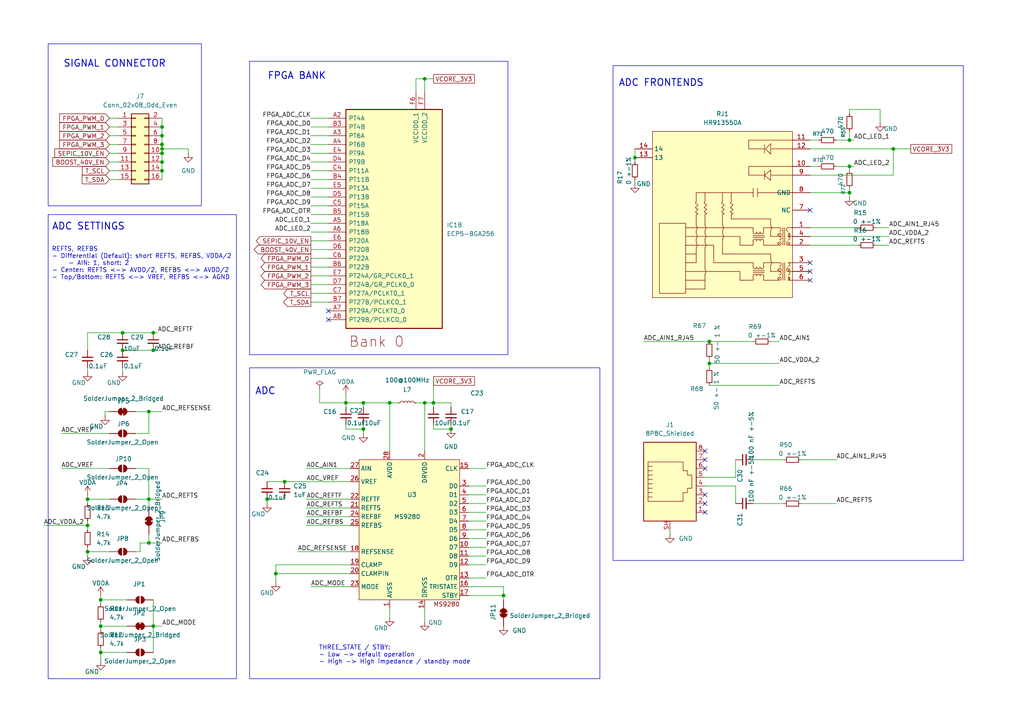
<source format=kicad_sch>
(kicad_sch (version 20250114) (generator "eeschema") (generator_version "9.0")
  (paper "A4")
  (rectangle (start 72.39 106.68) (end 173.99 196.85))
  (rectangle (start 177.8 19.05) (end 279.4 162.56))
  (rectangle (start 13.97 62.23) (end 68.58 196.85))
  (rectangle (start 72.39 17.78) (end 147.32 102.87))
  (rectangle (start 13.97 12.7) (end 58.42 59.69))
  (text "- Ethernet magnetics by default for decoupling\n- 0 ohm resistor in series for LC damping purposes (single-ended use)\n- Alternative input with DC-blocking capacitors with RJ45\nLayout of transition between 2 ADC-inputs:\n- Use 0-ohm resistor to cross lower trace (instead of jumpers for signal integrity)\nMake sure the 0-ohm resistors and jumpers come together at the same spot\nLEDS:\n- Current through leds (3.3 - 2.2) / 2e3 = 0.55 mA (voltage drop 1.8-2.8 V)\n- Differential impedance: 100 ohms\n- Input capacitance: 300 nF, f_plateau = 1/[2*pi*C*(R_diff/2)] = 30 kHz\nMax offst: 4% <<<< 1' @ 1 MHz\n- Added 0-ohm series resistor in case of single-ended operation (LC damping)\nPin 13, 14: shield / frame connection\np8: center tap with capacitor in between (bob-smith)" (at 299.974 41.656 0) (effects (font (size 1.27 1.27)) (justify left)))
  (text "ADC SETTINGS" (at 25.654 65.786 0) (effects (font (size 2 2) (thickness 0.254) (bold yes))))
  (text "FPGA BANK" (at 86.106 22.098 0) (effects (font (size 2 2) (thickness 0.254) (bold yes))))
  (text "THREE_STATE / STBY:\n- Low -> default operation\n- High -> High impedance / standby mode" (at 92.456 189.992 0) (effects (font (size 1.27 1.27) (thickness 0.1588)) (justify left)))
  (text "REFTS, REFBS\n- Differential (Default): short REFTS, REFBS, VDDA/2\n	- AIN: 1, short: 2\n- Center: REFTS <-> AVDD/2, REFBS <-> AVDD/2\n- Top/Bottom: REFTS <-> VREF, REFBS <-> AGND" (at 14.986 76.454 0) (effects (font (size 1.27 1.27) (thickness 0.1588)) (justify left)))
  (text "ADC FRONTENDS" (at 191.77 24.13 0) (effects (font (size 2 2) (thickness 0.254) (bold yes))))
  (text "SIGNAL CONNECTOR" (at 33.274 18.542 0) (effects (font (size 2 2) (thickness 0.254) (bold yes))))
  (text "ADC" (at 76.962 113.538 0) (effects (font (size 2 2) (thickness 0.254) (bold yes))))
  (text "TODO:\n- Add extra BOOST/SEPIC-enable signals to connector" (at -63.754 46.228 0) (effects (font (size 1.27 1.27)) (justify left)))
  (junction (at 46.99 43.18))
  (junction (at 105.41 124.46))
  (junction (at 44.45 101.6))
  (junction (at 80.01 166.37))
  (junction (at 246.38 40.64))
  (junction (at 246.38 55.88))
  (junction (at 46.99 49.53))
  (junction (at 46.99 46.99))
  (junction (at 25.4 144.78))
  (junction (at 205.74 105.41))
  (junction (at 246.38 48.26))
  (junction (at 29.21 173.99))
  (junction (at 43.18 157.48))
  (junction (at 113.03 116.84))
  (junction (at 25.4 152.4))
  (junction (at 46.99 36.83))
  (junction (at 25.4 160.02))
  (junction (at 205.74 99.06))
  (junction (at 44.45 181.61))
  (junction (at 43.18 119.38))
  (junction (at 35.56 101.6))
  (junction (at 105.41 116.84))
  (junction (at 44.45 96.52))
  (junction (at 125.73 116.84))
  (junction (at 35.56 96.52))
  (junction (at 259.08 43.18))
  (junction (at 43.18 144.78))
  (junction (at 77.47 144.78))
  (junction (at 123.19 22.86))
  (junction (at 82.55 139.7))
  (junction (at 46.99 41.91))
  (junction (at 100.33 116.84))
  (junction (at 123.19 116.84))
  (junction (at 184.15 45.72))
  (junction (at 46.99 44.45))
  (junction (at 146.05 172.72))
  (junction (at 29.21 189.23))
  (junction (at 46.99 39.37))
  (junction (at 130.81 124.46))
  (junction (at 29.21 181.61))
  (no_connect (at 204.47 130.81))
  (no_connect (at 95.25 92.71))
  (no_connect (at 204.47 133.35))
  (no_connect (at 234.95 60.96))
  (no_connect (at 234.95 78.74))
  (no_connect (at 95.25 90.17))
  (no_connect (at 204.47 135.89))
  (no_connect (at 204.47 148.59))
  (no_connect (at 204.47 146.05))
  (no_connect (at 234.95 81.28))
  (no_connect (at 234.95 76.2))
  (no_connect (at 204.47 143.51))
  (wire (pts (xy 17.78 135.89) (xy 31.75 135.89)))
  (wire (pts (xy 194.31 154.94) (xy 194.31 153.67)))
  (wire (pts (xy 105.41 116.84) (xy 105.41 118.11)))
  (wire (pts (xy 25.4 151.13) (xy 25.4 152.4)))
  (wire (pts (xy 31.75 119.38) (xy 30.48 119.38)))
  (wire (pts (xy 242.57 40.64) (xy 246.38 40.64)))
  (wire (pts (xy 25.4 160.02) (xy 25.4 161.29)))
  (wire (pts (xy 29.21 181.61) (xy 29.21 182.88)))
  (wire (pts (xy 92.71 116.84) (xy 92.71 113.03)))
  (wire (pts (xy 135.89 151.13) (xy 140.97 151.13)))
  (wire (pts (xy 88.9 152.4) (xy 101.6 152.4)))
  (wire (pts (xy 135.89 143.51) (xy 140.97 143.51)))
  (wire (pts (xy 46.99 46.99) (xy 46.99 49.53)))
  (wire (pts (xy 88.9 135.89) (xy 101.6 135.89)))
  (wire (pts (xy 205.74 99.06) (xy 218.44 99.06)))
  (wire (pts (xy 31.75 44.45) (xy 34.29 44.45)))
  (wire (pts (xy 246.38 31.75) (xy 255.27 31.75)))
  (wire (pts (xy 135.89 158.75) (xy 140.97 158.75)))
  (wire (pts (xy 25.4 152.4) (xy 25.4 153.67)))
  (wire (pts (xy 135.89 161.29) (xy 140.97 161.29)))
  (wire (pts (xy 43.18 125.73) (xy 39.37 125.73)))
  (wire (pts (xy 90.17 52.07) (xy 95.25 52.07)))
  (wire (pts (xy 29.21 187.96) (xy 29.21 189.23)))
  (wire (pts (xy 29.21 173.99) (xy 29.21 175.26)))
  (wire (pts (xy 135.89 153.67) (xy 140.97 153.67)))
  (wire (pts (xy 125.73 116.84) (xy 130.81 116.84)))
  (wire (pts (xy 90.17 85.09) (xy 95.25 85.09)))
  (wire (pts (xy 234.95 43.18) (xy 259.08 43.18)))
  (wire (pts (xy 246.38 57.15) (xy 246.38 55.88)))
  (wire (pts (xy 246.38 38.1) (xy 246.38 40.64)))
  (wire (pts (xy 135.89 156.21) (xy 140.97 156.21)))
  (wire (pts (xy 43.18 125.73) (xy 43.18 119.38)))
  (wire (pts (xy 247.65 48.26) (xy 246.38 48.26)))
  (wire (pts (xy 31.75 52.07) (xy 34.29 52.07)))
  (wire (pts (xy 90.17 72.39) (xy 95.25 72.39)))
  (wire (pts (xy 31.75 49.53) (xy 34.29 49.53)))
  (wire (pts (xy 254 66.04) (xy 257.81 66.04)))
  (wire (pts (xy 29.21 173.99) (xy 36.83 173.99)))
  (wire (pts (xy 88.9 149.86) (xy 101.6 149.86)))
  (wire (pts (xy 146.05 170.18) (xy 146.05 172.72)))
  (wire (pts (xy 135.89 148.59) (xy 140.97 148.59)))
  (wire (pts (xy 90.17 64.77) (xy 95.25 64.77)))
  (wire (pts (xy 234.95 66.04) (xy 248.92 66.04)))
  (wire (pts (xy 113.03 116.84) (xy 115.57 116.84)))
  (wire (pts (xy 90.17 36.83) (xy 95.25 36.83)))
  (wire (pts (xy 90.17 57.15) (xy 95.25 57.15)))
  (wire (pts (xy 105.41 116.84) (xy 113.03 116.84)))
  (wire (pts (xy 135.89 135.89) (xy 140.97 135.89)))
  (wire (pts (xy 31.75 41.91) (xy 34.29 41.91)))
  (wire (pts (xy 31.75 46.99) (xy 34.29 46.99)))
  (wire (pts (xy 130.81 124.46) (xy 125.73 124.46)))
  (wire (pts (xy 90.17 74.93) (xy 95.25 74.93)))
  (wire (pts (xy 54.61 43.18) (xy 54.61 44.45)))
  (wire (pts (xy 29.21 180.34) (xy 29.21 181.61)))
  (wire (pts (xy 135.89 146.05) (xy 140.97 146.05)))
  (wire (pts (xy 123.19 116.84) (xy 123.19 130.81)))
  (wire (pts (xy 12.7 152.4) (xy 25.4 152.4)))
  (wire (pts (xy 90.17 49.53) (xy 95.25 49.53)))
  (wire (pts (xy 90.17 69.85) (xy 95.25 69.85)))
  (wire (pts (xy 259.08 43.18) (xy 259.08 50.8)))
  (wire (pts (xy 113.03 116.84) (xy 113.03 130.81)))
  (wire (pts (xy 237.49 48.26) (xy 234.95 48.26)))
  (wire (pts (xy 246.38 49.53) (xy 246.38 48.26)))
  (wire (pts (xy 100.33 116.84) (xy 100.33 114.3)))
  (wire (pts (xy 90.17 54.61) (xy 95.25 54.61)))
  (wire (pts (xy 44.45 173.99) (xy 44.45 181.61)))
  (wire (pts (xy 43.18 154.94) (xy 43.18 157.48)))
  (wire (pts (xy 77.47 139.7) (xy 82.55 139.7)))
  (wire (pts (xy 113.03 176.53) (xy 113.03 179.07)))
  (wire (pts (xy 82.55 139.7) (xy 101.6 139.7)))
  (wire (pts (xy 184.15 46.99) (xy 184.15 45.72)))
  (wire (pts (xy 80.01 163.83) (xy 80.01 166.37)))
  (wire (pts (xy 90.17 62.23) (xy 95.25 62.23)))
  (wire (pts (xy 77.47 144.78) (xy 82.55 144.78)))
  (wire (pts (xy 100.33 124.46) (xy 100.33 123.19)))
  (wire (pts (xy 92.71 116.84) (xy 100.33 116.84)))
  (wire (pts (xy 205.74 111.76) (xy 226.06 111.76)))
  (wire (pts (xy 125.73 116.84) (xy 125.73 118.11)))
  (wire (pts (xy 39.37 135.89) (xy 43.18 135.89)))
  (wire (pts (xy 205.74 105.41) (xy 205.74 104.14)))
  (wire (pts (xy 46.99 49.53) (xy 46.99 52.07)))
  (wire (pts (xy 242.57 48.26) (xy 246.38 48.26)))
  (wire (pts (xy 100.33 116.84) (xy 105.41 116.84)))
  (wire (pts (xy 46.99 44.45) (xy 46.99 46.99)))
  (wire (pts (xy 120.65 116.84) (xy 123.19 116.84)))
  (wire (pts (xy 237.49 40.64) (xy 234.95 40.64)))
  (wire (pts (xy 46.99 43.18) (xy 54.61 43.18)))
  (wire (pts (xy 125.73 123.19) (xy 125.73 124.46)))
  (wire (pts (xy 17.78 125.73) (xy 31.75 125.73)))
  (wire (pts (xy 135.89 163.83) (xy 140.97 163.83)))
  (wire (pts (xy 90.17 170.18) (xy 101.6 170.18)))
  (wire (pts (xy 80.01 166.37) (xy 101.6 166.37)))
  (wire (pts (xy 39.37 144.78) (xy 43.18 144.78)))
  (wire (pts (xy 77.47 144.78) (xy 77.47 146.05)))
  (wire (pts (xy 135.89 170.18) (xy 146.05 170.18)))
  (wire (pts (xy 100.33 116.84) (xy 100.33 118.11)))
  (wire (pts (xy 40.64 157.48) (xy 40.64 160.02)))
  (wire (pts (xy 25.4 106.68) (xy 25.4 107.95)))
  (wire (pts (xy 130.81 116.84) (xy 130.81 118.11)))
  (wire (pts (xy 80.01 163.83) (xy 101.6 163.83)))
  (wire (pts (xy 204.47 138.43) (xy 213.36 138.43)))
  (wire (pts (xy 90.17 82.55) (xy 95.25 82.55)))
  (wire (pts (xy 40.64 160.02) (xy 39.37 160.02)))
  (wire (pts (xy 204.47 140.97) (xy 213.36 140.97)))
  (wire (pts (xy 218.44 133.35) (xy 227.33 133.35)))
  (wire (pts (xy 105.41 123.19) (xy 105.41 124.46)))
  (wire (pts (xy 213.36 140.97) (xy 213.36 146.05)))
  (wire (pts (xy 31.75 36.83) (xy 34.29 36.83)))
  (wire (pts (xy 25.4 96.52) (xy 35.56 96.52)))
  (wire (pts (xy 205.74 105.41) (xy 205.74 106.68)))
  (wire (pts (xy 90.17 80.01) (xy 95.25 80.01)))
  (wire (pts (xy 25.4 160.02) (xy 31.75 160.02)))
  (wire (pts (xy 25.4 144.78) (xy 25.4 146.05)))
  (wire (pts (xy 46.99 41.91) (xy 46.99 43.18)))
  (wire (pts (xy 43.18 144.78) (xy 43.18 147.32)))
  (wire (pts (xy 30.48 119.38) (xy 30.48 120.65)))
  (wire (pts (xy 25.4 143.51) (xy 25.4 144.78)))
  (wire (pts (xy 88.9 144.78) (xy 101.6 144.78)))
  (wire (pts (xy 35.56 101.6) (xy 44.45 101.6)))
  (wire (pts (xy 31.75 39.37) (xy 34.29 39.37)))
  (wire (pts (xy 44.45 181.61) (xy 44.45 189.23)))
  (wire (pts (xy 46.99 39.37) (xy 46.99 41.91)))
  (wire (pts (xy 130.81 123.19) (xy 130.81 124.46)))
  (wire (pts (xy 184.15 43.18) (xy 184.15 45.72)))
  (wire (pts (xy 46.99 34.29) (xy 46.99 36.83)))
  (wire (pts (xy 39.37 119.38) (xy 43.18 119.38)))
  (wire (pts (xy 247.65 40.64) (xy 246.38 40.64)))
  (wire (pts (xy 135.89 167.64) (xy 140.97 167.64)))
  (wire (pts (xy 90.17 87.63) (xy 95.25 87.63)))
  (wire (pts (xy 123.19 116.84) (xy 125.73 116.84)))
  (wire (pts (xy 234.95 71.12) (xy 248.92 71.12)))
  (wire (pts (xy 135.89 172.72) (xy 146.05 172.72)))
  (wire (pts (xy 135.89 140.97) (xy 140.97 140.97)))
  (wire (pts (xy 80.01 166.37) (xy 80.01 168.91)))
  (wire (pts (xy 90.17 77.47) (xy 95.25 77.47)))
  (wire (pts (xy 205.74 105.41) (xy 226.06 105.41)))
  (wire (pts (xy 90.17 67.31) (xy 95.25 67.31)))
  (wire (pts (xy 90.17 59.69) (xy 95.25 59.69)))
  (wire (pts (xy 123.19 22.86) (xy 123.19 26.67)))
  (wire (pts (xy 255.27 31.75) (xy 255.27 35.56)))
  (wire (pts (xy 25.4 144.78) (xy 31.75 144.78)))
  (wire (pts (xy 40.64 157.48) (xy 43.18 157.48)))
  (wire (pts (xy 45.72 96.52) (xy 44.45 96.52)))
  (wire (pts (xy 120.65 26.67) (xy 120.65 22.86)))
  (wire (pts (xy 90.17 39.37) (xy 95.25 39.37)))
  (wire (pts (xy 90.17 46.99) (xy 95.25 46.99)))
  (wire (pts (xy 29.21 172.72) (xy 29.21 173.99)))
  (wire (pts (xy 25.4 96.52) (xy 25.4 101.6)))
  (wire (pts (xy 123.19 176.53) (xy 123.19 180.34)))
  (wire (pts (xy 213.36 138.43) (xy 213.36 133.35)))
  (wire (pts (xy 29.21 189.23) (xy 29.21 191.77)))
  (wire (pts (xy 35.56 96.52) (xy 44.45 96.52)))
  (wire (pts (xy 120.65 22.86) (xy 123.19 22.86)))
  (wire (pts (xy 29.21 189.23) (xy 36.83 189.23)))
  (wire (pts (xy 232.41 146.05) (xy 242.57 146.05)))
  (wire (pts (xy 234.95 55.88) (xy 246.38 55.88)))
  (wire (pts (xy 232.41 133.35) (xy 242.57 133.35)))
  (wire (pts (xy 146.05 172.72) (xy 146.05 173.99)))
  (wire (pts (xy 43.18 135.89) (xy 43.18 144.78)))
  (wire (pts (xy 31.75 34.29) (xy 34.29 34.29)))
  (wire (pts (xy 101.6 147.32) (xy 88.9 147.32)))
  (wire (pts (xy 29.21 181.61) (xy 36.83 181.61)))
  (wire (pts (xy 218.44 146.05) (xy 227.33 146.05)))
  (wire (pts (xy 223.52 99.06) (xy 226.06 99.06)))
  (wire (pts (xy 46.99 43.18) (xy 46.99 44.45)))
  (wire (pts (xy 35.56 106.68) (xy 35.56 107.95)))
  (wire (pts (xy 46.99 144.78) (xy 43.18 144.78)))
  (wire (pts (xy 43.18 119.38) (xy 46.99 119.38)))
  (wire (pts (xy 234.95 50.8) (xy 259.08 50.8)))
  (wire (pts (xy 100.33 124.46) (xy 105.41 124.46)))
  (wire (pts (xy 234.95 68.58) (xy 257.81 68.58)))
  (wire (pts (xy 105.41 124.46) (xy 105.41 125.73)))
  (wire (pts (xy 90.17 41.91) (xy 95.25 41.91)))
  (wire (pts (xy 184.15 53.34) (xy 184.15 52.07)))
  (wire (pts (xy 86.36 160.02) (xy 101.6 160.02)))
  (wire (pts (xy 186.69 99.06) (xy 205.74 99.06)))
  (wire (pts (xy 254 71.12) (xy 257.81 71.12)))
  (wire (pts (xy 125.73 110.49) (xy 125.73 116.84)))
  (wire (pts (xy 125.73 22.86) (xy 123.19 22.86)))
  (wire (pts (xy 44.45 101.6) (xy 45.72 101.6)))
  (wire (pts (xy 46.99 181.61) (xy 44.45 181.61)))
  (wire (pts (xy 90.17 44.45) (xy 95.25 44.45)))
  (wire (pts (xy 46.99 36.83) (xy 46.99 39.37)))
  (wire (pts (xy 25.4 158.75) (xy 25.4 160.02)))
  (wire (pts (xy 246.38 54.61) (xy 246.38 55.88)))
  (wire (pts (xy 46.99 157.48) (xy 43.18 157.48)))
  (wire (pts (xy 246.38 31.75) (xy 246.38 33.02)))
  (wire (pts (xy 90.17 34.29) (xy 95.25 34.29)))
  (wire (pts (xy 259.08 43.18) (xy 264.16 43.18)))
  (label "ADC_AIN1_RJ45" (at 242.57 133.35 0))
  (label "ADC_MODE" (at 46.99 181.61 0))
  (label "ADC_VREF" (at 17.78 135.89 0))
  (label "ADC_LED_2" (at 247.65 48.26 0))
  (label "ADC_AIN1" (at 88.9 135.89 0))
  (label "ADC_LED_1" (at 90.17 64.77 180))
  (label "FPGA_ADC_D7" (at 140.97 158.75 0))
  (label "ADC_VREF" (at 17.78 125.73 0))
  (label "ADC_LED_1" (at 247.65 40.64 0))
  (label "FPGA_ADC_D0" (at 140.97 140.97 0))
  (label "ADC_VREF" (at 88.9 139.7 0))
  (label "ADC_REFTS" (at 242.57 146.05 0))
  (label "FPGA_ADC_D8" (at 90.17 57.15 180))
  (label "FPGA_ADC_D3" (at 140.97 148.59 0))
  (label "ADC_REFSENSE" (at 86.36 160.02 0))
  (label "FPGA_ADC_D2" (at 90.17 41.91 180))
  (label "ADC_REFTF" (at 88.9 144.78 0))
  (label "ADC_MODE" (at 90.17 170.18 0))
  (label "ADC_VDDA_2" (at 257.81 68.58 0))
  (label "FPGA_ADC_D3" (at 90.17 44.45 180))
  (label "ADC_REFTS" (at 46.99 144.78 0))
  (label "FPGA_ADC_CLK" (at 140.97 135.89 0))
  (label "ADC_REFTS" (at 88.9 147.32 0))
  (label "FPGA_ADC_OTR" (at 140.97 167.64 0))
  (label "FPGA_ADC_D9" (at 140.97 163.83 0))
  (label "FPGA_ADC_D6" (at 140.97 156.21 0))
  (label "ADC_REFBF" (at 88.9 149.86 0))
  (label "ADC_REFBF" (at 45.72 101.6 0))
  (label "FPGA_ADC_CLK" (at 90.17 34.29 180))
  (label "FPGA_ADC_D7" (at 90.17 54.61 180))
  (label "ADC_AIN1_RJ45" (at 257.81 66.04 0))
  (label "FPGA_ADC_D6" (at 90.17 52.07 180))
  (label "FPGA_ADC_D9" (at 90.17 59.69 180))
  (label "ADC_AIN1_RJ45" (at 186.69 99.06 0))
  (label "ADC_LED_2" (at 90.17 67.31 180))
  (label "FPGA_ADC_D1" (at 90.17 39.37 180))
  (label "FPGA_ADC_D5" (at 140.97 153.67 0))
  (label "FPGA_ADC_D0" (at 90.17 36.83 180))
  (label "ADC_REFTS" (at 226.06 111.76 0))
  (label "FPGA_ADC_D4" (at 140.97 151.13 0))
  (label "FPGA_ADC_OTR" (at 90.17 62.23 180))
  (label "FPGA_ADC_D2" (at 140.97 146.05 0))
  (label "ADC_REFTF" (at 45.72 96.52 0))
  (label "ADC_REFTS" (at 257.81 71.12 0))
  (label "ADC_REFBS" (at 46.99 157.48 0))
  (label "ADC_VDDA_2" (at 12.7 152.4 0))
  (label "FPGA_ADC_D5" (at 90.17 49.53 180))
  (label "FPGA_ADC_D1" (at 140.97 143.51 0))
  (label "ADC_REFSENSE" (at 46.99 119.38 0))
  (label "ADC_REFBS" (at 88.9 152.4 0))
  (label "ADC_AIN1" (at 226.06 99.06 0))
  (label "ADC_VDDA_2" (at 226.06 105.41 0))
  (label "FPGA_ADC_D4" (at 90.17 46.99 180))
  (label "FPGA_ADC_D8" (at 140.97 161.29 0))
  (global_label "FPGA_PWM_3" (shape input) (at 31.75 41.91 180) (property "Intersheetrefs" "${INTERSHEET_REFS}" (effects (hide yes))))
  (global_label "VCORE_3V3" (shape passive) (at 125.73 22.86 0) (property "Intersheetrefs" "${INTERSHEET_REFS}" (effects (hide yes))))
  (global_label "SEPIC_10V_EN" (shape output) (at 90.17 69.85 180) (property "Intersheetrefs" "${INTERSHEET_REFS}" (effects (hide yes))))
  (global_label "FPGA_PWM_0" (shape output) (at 90.17 74.93 180) (property "Intersheetrefs" "${INTERSHEET_REFS}" (effects (hide yes))))
  (global_label "T_SCL" (shape input) (at 31.75 49.53 180) (property "Intersheetrefs" "${INTERSHEET_REFS}" (effects (hide yes))))
  (global_label "FPGA_PWM_0" (shape input) (at 31.75 34.29 180) (property "Intersheetrefs" "${INTERSHEET_REFS}" (effects (hide yes))))
  (global_label "BOOST_40V_EN" (shape output) (at 90.17 72.39 180) (property "Intersheetrefs" "${INTERSHEET_REFS}" (effects (hide yes))))
  (global_label "FPGA_PWM_2" (shape output) (at 90.17 80.01 180) (property "Intersheetrefs" "${INTERSHEET_REFS}" (effects (hide yes))))
  (global_label "T_SDA" (shape output) (at 90.17 87.63 180) (property "Intersheetrefs" "${INTERSHEET_REFS}" (effects (hide yes))))
  (global_label "T_SCL" (shape output) (at 90.17 85.09 180) (property "Intersheetrefs" "${INTERSHEET_REFS}" (effects (hide yes))))
  (global_label "SEPIC_10V_EN" (shape input) (at 31.75 44.45 180) (property "Intersheetrefs" "${INTERSHEET_REFS}" (effects (hide yes))))
  (global_label "BOOST_40V_EN" (shape input) (at 31.75 46.99 180) (property "Intersheetrefs" "${INTERSHEET_REFS}" (effects (hide yes))))
  (global_label "VCORE_3V3" (shape passive) (at 264.16 43.18 0) (property "Intersheetrefs" "${INTERSHEET_REFS}" (effects (hide yes))))
  (global_label "FPGA_PWM_2" (shape input) (at 31.75 39.37 180) (property "Intersheetrefs" "${INTERSHEET_REFS}" (effects (hide yes))))
  (global_label "FPGA_PWM_1" (shape output) (at 90.17 77.47 180) (property "Intersheetrefs" "${INTERSHEET_REFS}" (effects (hide yes))))
  (global_label "T_SDA" (shape input) (at 31.75 52.07 180) (property "Intersheetrefs" "${INTERSHEET_REFS}" (effects (hide yes))))
  (global_label "FPGA_PWM_3" (shape output) (at 90.17 82.55 180) (property "Intersheetrefs" "${INTERSHEET_REFS}" (effects (hide yes))))
  (global_label "FPGA_PWM_1" (shape input) (at 31.75 36.83 180) (property "Intersheetrefs" "${INTERSHEET_REFS}" (effects (hide yes))))
  (global_label "VCORE_3V3" (shape passive) (at 125.73 110.49 0) (property "Intersheetrefs" "${INTERSHEET_REFS}" (effects (hide yes))))
  (symbol (lib_id "Device:R_Small") (at 229.87 133.35 90) (unit 1)
    (property "Reference" "R50" (at 229.87 129.032 90) (effects (justify left)))
    (property "Value" "0 +-1%" (at 229.87 131.572 90))
    (property "Footprint" "Resistor_SMD:R_0805_2012Metric_Pad1.20x1.40mm_HandSolder" (effects (hide yes)))
    (property "Description" "Resistor, small symbol" (effects (hide yes)))
    (property "LPN" "0805W8F0000T5E" (effects (hide yes)))
    (property "MPN" "C17477" (effects (hide yes)))
  )
  (symbol (lib_id "Device:R_Small") (at 205.74 109.22 0) (unit 1)
    (property "Reference" "R68" (at 200.152 112.776 0) (effects (justify left)))
    (property "Value" "50 +- 1 %" (at 207.772 113.284 90))
    (property "Footprint" "Capacitor_SMD:C_0603_1608Metric_Pad1.08x0.95mm_HandSolder" (effects (hide yes)))
    (property "Description" "Resistor, small symbol" (effects (hide yes)))
    (property "LPN" "0603WAF510JT5E" (effects (hide yes)))
    (property "MPN" "C23197" (effects (hide yes)))
  )
  (symbol (lib_id "Device:C_Small") (at 77.47 142.24 0) (unit 1)
    (property "Reference" "C24" (at 74.168 137.16 0) (effects (justify left)))
    (property "Value" "0.1uF" (at 77.724 144.272 0) (effects (justify left)))
    (property "Footprint" "Capacitor_SMD:C_0402_1005Metric" (effects (hide yes)))
    (property "Description" "Unpolarized capacitor, small symbol" (effects (hide yes)))
    (property "LPN" "C307331" (effects (hide yes)))
    (property "MPN" "CL05B104KB54PNC" (effects (hide yes)))
  )
  (symbol (lib_id "power:GND") (at 130.81 124.46 0) (unit 1)
    (property "Reference" "#PWR014" (effects (hide yes)))
    (property "Value" "GND" (at 130.81 129.54 0))
    (property "Description" "Power symbol creates a global label with name \"GND\" , ground" (effects (hide yes)))
  )
  (symbol (lib_id "power:VDDA") (at 25.4 143.51 0) (unit 1)
    (property "Reference" "#PWR27" (effects (hide yes)))
    (property "Value" "VDDA" (at 25.4 139.954 0))
    (property "Description" "Power symbol creates a global label with name \"VDDA\"" (effects (hide yes)))
  )
  (symbol (lib_id "Device:C_Small") (at 105.41 120.65 0) (unit 1)
    (property "Reference" "C22" (at 101.346 119.126 0) (effects (justify left)))
    (property "Value" "10uF" (at 105.664 122.682 0) (effects (justify left)))
    (property "Footprint" "Capacitor_SMD:C_0603_1608Metric" (effects (hide yes)))
    (property "Description" "Unpolarized capacitor, small symbol" (effects (hide yes)))
    (property "LPN" "C19702" (effects (hide yes)))
    (property "MPN" "CL10A106KP8NNNC" (effects (hide yes)))
  )
  (symbol (lib_id "power:VDDA") (at 29.21 172.72 0) (unit 1)
    (property "Reference" "#PWR25" (effects (hide yes)))
    (property "Value" "VDDA" (at 29.21 169.164 0))
    (property "Description" "Power symbol creates a global label with name \"VDDA\"" (effects (hide yes)))
  )
  (symbol (lib_id "Jumper:SolderJumper_2_Bridged") (at 146.05 177.8 90) (unit 1) (in_bom no)
    (property "Reference" "JP11" (at 143.002 177.546 0))
    (property "Value" "SolderJumper_2_Bridged" (at 159.512 178.562 90))
    (property "Description" "Solder Jumper, 2-pole, closed/bridged" (effects (hide yes)))
  )
  (symbol (lib_id "Device:L_Small") (at 118.11 116.84 270) (mirror x) (unit 1)
    (property "Reference" "L7" (at 118.11 113.03 90))
    (property "Value" "100@100MHz" (at 118.11 110.236 90))
    (property "Footprint" "Inductor_SMD:L_0805_2012Metric" (effects (hide yes)))
    (property "Description" "Inductor, small symbol" (effects (hide yes)))
    (property "LPN" "C1015" (effects (hide yes)))
    (property "MPN" "GZ2012D101TF" (effects (hide yes)))
  )
  (symbol (lib_id "Jumper:SolderJumper_2_Bridged") (at 40.64 181.61 0) (unit 1) (in_bom no)
    (property "Reference" "JP2" (at 40.386 177.8 0))
    (property "Value" "SolderJumper_2_Bridged" (at 40.64 184.15 0))
    (property "Description" "Solder Jumper, 2-pole, closed/bridged" (effects (hide yes)))
  )
  (symbol (lib_id "Connector_Generic:Conn_02x08_Odd_Even") (at 39.37 41.91 0) (unit 1)
    (property "Reference" "J7" (at 40.64 27.94 0))
    (property "Value" "Conn_02x08_Odd_Even" (at 40.64 30.48 0))
    (property "Footprint" "Connector_PinSocket_2.54mm:PinSocket_2x08_P2.54mm_Horizontal" (effects (hide yes)))
    (property "Description" "Generic connector, double row, 02x08, odd/even pin numbering scheme (row 1 odd numbers, row 2 even numbers), script generated (kicad-library-utils/schlib/autogen/connector/)" (effects (hide yes)))
    (property "MPN" "PM254-2-08-W-8.5" (effects (hide yes)))
    (property "LPN" "C2897428" (effects (hide yes)))
  )
  (symbol (lib_id "ecp5bga256:ECP5-BGA256") (at 109.22 63.5 0) (mirror y) (unit 2)
    (property "Reference" "IC1" (at 129.54 65.2642 0) (effects (justify right)))
    (property "Value" "ECP5-BGA256" (at 129.54 67.8042 0) (effects (justify right)))
    (property "Footprint" "fpga:BGA256C80P16X16_1400X1400X170" (effects (hide yes)))
    (property "Datasheet" "https://jlcpcb.com/api/file/downloadByFileSystemAccessId/8588918730680111104" (effects (hide yes)))
    (property "Description" "FPGA - Field Programmable Gate Array ECP5; 25k LUTs; 1.1V" (effects (hide yes)))
    (property "Manufacturer" "Lattice" (effects (hide yes)))
    (property "Part Number" "LFE5U-25F-6BG256C " (effects (hide yes)))
    (property "LPN" "C1521614" (effects (hide yes)))
    (property "MPN" "LFE5U-25F-6BG256C " (effects (hide yes)))
  )
  (symbol (lib_id "power:GND") (at 255.27 35.56 0) (unit 1)
    (property "Reference" "#PWR095" (effects (hide yes)))
    (property "Value" "GND" (at 258.318 37.338 0))
    (property "Description" "Power symbol creates a global label with name \"GND\" , ground" (effects (hide yes)))
  )
  (symbol (lib_id "power:GND") (at 184.15 53.34 0) (unit 1)
    (property "Reference" "#PWR093" (effects (hide yes)))
    (property "Value" "GND" (at 186.69 53.34 0))
    (property "Description" "Power symbol creates a global label with name \"GND\" , ground" (effects (hide yes)))
  )
  (symbol (lib_id "Device:R_Small") (at 246.38 35.56 180) (unit 1)
    (property "Reference" "R55" (at 244.602 38.354 90) (effects (font (size 1.016 1.016))))
    (property "Value" "470" (at 243.84 35.56 90))
    (property "Footprint" "Resistor_SMD:R_0603_1608Metric" (effects (hide yes)))
    (property "Description" "Resistor, small symbol" (effects (hide yes)))
    (property "MPN" "0603WAF4700T5E" (effects (hide yes)))
    (property "LPN" "C23179" (effects (hide yes)))
  )
  (symbol (lib_id "Device:C_Small") (at 35.56 99.06 0) (unit 1)
    (property "Reference" "C28" (at 28.194 97.79 0) (effects (justify left)))
    (property "Value" "10uF" (at 35.814 101.092 0) (effects (justify left)))
    (property "Footprint" "Capacitor_SMD:C_0603_1608Metric" (effects (hide yes)))
    (property "Description" "Unpolarized capacitor, small symbol" (effects (hide yes)))
    (property "LPN" "C19702" (effects (hide yes)))
    (property "MPN" "CL10A106KP8NNNC" (effects (hide yes)))
  )
  (symbol (lib_id "power:GND") (at 54.61 44.45 0) (unit 1)
    (property "Reference" "#PWR015" (effects (hide yes)))
    (property "Value" "GND" (at 54.61 49.53 0))
    (property "Description" "Power symbol creates a global label with name \"GND\" , ground" (effects (hide yes)))
  )
  (symbol (lib_id "Device:R_Small") (at 220.98 99.06 90) (unit 1)
    (property "Reference" "R69" (at 220.98 94.742 90) (effects (justify left)))
    (property "Value" "0 +-1%" (at 220.98 97.282 90))
    (property "Footprint" "Resistor_SMD:R_0805_2012Metric_Pad1.20x1.40mm_HandSolder" (effects (hide yes)))
    (property "Description" "Resistor, small symbol" (effects (hide yes)))
    (property "LPN" "0805W8F0000T5E" (effects (hide yes)))
    (property "MPN" "C17477" (effects (hide yes)))
  )
  (symbol (lib_id "power:GND") (at 123.19 180.34 0) (unit 1)
    (property "Reference" "#PWR32" (effects (hide yes)))
    (property "Value" "GND" (at 124.206 180.594 0) (effects (justify left)))
    (property "Description" "Power symbol creates a global label with name \"GND\" , ground" (effects (hide yes)))
  )
  (symbol (lib_id "Device:R_Small") (at 229.87 146.05 90) (unit 1)
    (property "Reference" "R66" (at 229.87 141.732 90) (effects (justify left)))
    (property "Value" "0 +-1%" (at 229.87 144.272 90))
    (property "Footprint" "Resistor_SMD:R_0805_2012Metric_Pad1.20x1.40mm_HandSolder" (effects (hide yes)))
    (property "Description" "Resistor, small symbol" (effects (hide yes)))
    (property "LPN" "0805W8F0000T5E" (effects (hide yes)))
    (property "MPN" "C17477" (effects (hide yes)))
  )
  (symbol (lib_id "Device:R_Small") (at 205.74 101.6 0) (unit 1)
    (property "Reference" "R67" (at 200.914 94.488 0) (effects (justify left)))
    (property "Value" "50 +- 1 %" (at 208.026 99.822 90))
    (property "Footprint" "Capacitor_SMD:C_0603_1608Metric_Pad1.08x0.95mm_HandSolder" (effects (hide yes)))
    (property "Description" "Resistor, small symbol" (effects (hide yes)))
    (property "LPN" "0603WAF510JT5E" (effects (hide yes)))
    (property "MPN" "C23197" (effects (hide yes)))
  )
  (symbol (lib_id "Device:C_Small") (at 25.4 104.14 0) (unit 1)
    (property "Reference" "C27" (at 18.796 102.87 0) (effects (justify left)))
    (property "Value" "0.1uF" (at 25.654 106.172 0) (effects (justify left)))
    (property "Footprint" "Capacitor_SMD:C_0402_1005Metric" (effects (hide yes)))
    (property "Description" "Unpolarized capacitor, small symbol" (effects (hide yes)))
    (property "LPN" "C307331" (effects (hide yes)))
    (property "MPN" "CL05B104KB54PNC" (effects (hide yes)))
  )
  (symbol (lib_id "Device:C_Small") (at 100.33 120.65 0) (unit 1)
    (property "Reference" "C16" (at 93.726 119.38 0) (effects (justify left)))
    (property "Value" "0.1uF" (at 100.584 122.682 0) (effects (justify left)))
    (property "Footprint" "Capacitor_SMD:C_0402_1005Metric" (effects (hide yes)))
    (property "Description" "Unpolarized capacitor, small symbol" (effects (hide yes)))
    (property "LPN" "C307331" (effects (hide yes)))
    (property "MPN" "CL05B104KB54PNC" (effects (hide yes)))
  )
  (symbol (lib_id "Jumper:SolderJumper_2_Open") (at 35.56 135.89 0) (unit 1) (in_bom no)
    (property "Reference" "JP10" (at 35.814 133.096 0))
    (property "Value" "SolderJumper_2_Open" (at 35.56 138.43 0))
    (property "Footprint" "Jumper:SolderJumper-3_P1.3mm_Bridged12_Pad1.0x1.5mm_NumberLabels" (effects (hide yes)))
    (property "Description" "Solder Jumper, 2-pole, open" (effects (hide yes)))
  )
  (symbol (lib_id "power:GND") (at 80.01 168.91 0) (unit 1)
    (property "Reference" "#PWR030" (effects (hide yes)))
    (property "Value" "GND" (at 77.47 171.958 0))
    (property "Description" "Power symbol creates a global label with name \"GND\" , ground" (effects (hide yes)))
  )
  (symbol (lib_id "power:GND") (at 29.21 191.77 0) (unit 1)
    (property "Reference" "#PWR02" (effects (hide yes)))
    (property "Value" "GND" (at 26.67 194.818 0))
    (property "Description" "Power symbol creates a global label with name \"GND\" , ground" (effects (hide yes)))
  )
  (symbol (lib_id "power:GND") (at 25.4 107.95 0) (unit 1)
    (property "Reference" "#PWR028" (effects (hide yes)))
    (property "Value" "GND" (at 22.86 110.998 0))
    (property "Description" "Power symbol creates a global label with name \"GND\" , ground" (effects (hide yes)))
  )
  (symbol (lib_id "Device:C_Small") (at 82.55 142.24 0) (unit 1)
    (property "Reference" "C25" (at 85.09 140.9762 0) (effects (justify left)))
    (property "Value" "1uF" (at 85.09 143.5162 0) (effects (justify left)))
    (property "Footprint" "Capacitor_SMD:C_0805_2012Metric" (effects (hide yes)))
    (property "Description" "Unpolarized capacitor, small symbol" (effects (hide yes)))
    (property "LPN" "C28323" (effects (hide yes)))
    (property "MPN" "CL21B105KBFNNNE" (effects (hide yes)))
  )
  (symbol (lib_id "Jumper:SolderJumper_2_Bridged") (at 43.18 151.13 90) (unit 1) (in_bom no)
    (property "Reference" "JP9" (at 47.244 149.86 0))
    (property "Value" "SolderJumper_2_Bridged" (at 45.72 151.13 0))
    (property "Description" "Solder Jumper, 2-pole, closed/bridged" (effects (hide yes)))
  )
  (symbol (lib_id "Jumper:SolderJumper_2_Open") (at 40.64 189.23 0) (unit 1) (in_bom no)
    (property "Reference" "JP3" (at 40.64 185.42 0))
    (property "Value" "SolderJumper_2_Open" (at 40.64 191.77 0))
    (property "Footprint" "Jumper:SolderJumper-3_P1.3mm_Bridged12_Pad1.0x1.5mm_NumberLabels" (effects (hide yes)))
    (property "Description" "Solder Jumper, 2-pole, open" (effects (hide yes)))
  )
  (symbol (lib_id "Device:R_Small") (at 184.15 49.53 180) (unit 1)
    (property "Reference" "R17" (at 179.832 49.53 90) (effects (justify left)))
    (property "Value" "0 +-1%" (at 182.372 49.53 90))
    (property "Footprint" "Resistor_SMD:R_0805_2012Metric_Pad1.20x1.40mm_HandSolder" (effects (hide yes)))
    (property "Description" "Resistor, small symbol" (effects (hide yes)))
    (property "LPN" "0805W8F0000T5E" (effects (hide yes)))
    (property "MPN" "C17477" (effects (hide yes)))
  )
  (symbol (lib_id "power:GND") (at 77.47 146.05 0) (unit 1)
    (property "Reference" "#PWR029" (effects (hide yes)))
    (property "Value" "GND" (at 74.93 149.098 0))
    (property "Description" "Power symbol creates a global label with name \"GND\" , ground" (effects (hide yes)))
  )
  (symbol (lib_id "Device:R_Small") (at 240.03 40.64 90) (unit 1)
    (property "Reference" "R71" (at 237.236 38.862 90) (effects (font (size 1.016 1.016))))
    (property "Value" "470" (at 240.03 38.1 90))
    (property "Footprint" "Resistor_SMD:R_0603_1608Metric" (effects (hide yes)))
    (property "Description" "Resistor, small symbol" (effects (hide yes)))
    (property "MPN" "0603WAF4700T5E" (effects (hide yes)))
    (property "LPN" "C23179" (effects (hide yes)))
  )
  (symbol (lib_id "power:GND") (at 25.4 161.29 0) (unit 1)
    (property "Reference" "#PWR024" (effects (hide yes)))
    (property "Value" "GND" (at 22.86 164.338 0))
    (property "Description" "Power symbol creates a global label with name \"GND\" , ground" (effects (hide yes)))
  )
  (symbol (lib_id "Device:R_Small") (at 251.46 66.04 90) (unit 1)
    (property "Reference" "R15" (at 251.46 61.722 90) (effects (justify left)))
    (property "Value" "0 +-1%" (at 251.46 64.262 90))
    (property "Footprint" "Resistor_SMD:R_0805_2012Metric_Pad1.20x1.40mm_HandSolder" (effects (hide yes)))
    (property "Description" "Resistor, small symbol" (effects (hide yes)))
    (property "LPN" "0805W8F0000T5E" (effects (hide yes)))
    (property "MPN" "C17477" (effects (hide yes)))
  )
  (symbol (lib_id "Device:C_Small") (at 125.73 120.65 0) (unit 1)
    (property "Reference" "C23" (at 136.398 114.046 0) (effects (justify left)))
    (property "Value" "10uF" (at 125.984 122.682 0) (effects (justify left)))
    (property "Footprint" "Capacitor_SMD:C_0603_1608Metric" (effects (hide yes)))
    (property "Description" "Unpolarized capacitor, small symbol" (effects (hide yes)))
    (property "LPN" "C19702" (effects (hide yes)))
    (property "MPN" "CL10A106KP8NNNC" (effects (hide yes)))
  )
  (symbol (lib_id "Jumper:SolderJumper_2_Open") (at 40.64 173.99 0) (unit 1) (in_bom no)
    (property "Reference" "JP1" (at 40.386 169.418 0))
    (property "Value" "SolderJumper_2_Open" (at 40.64 176.53 0))
    (property "Footprint" "Jumper:SolderJumper-3_P1.3mm_Bridged12_Pad1.0x1.5mm_NumberLabels" (effects (hide yes)))
    (property "Description" "Solder Jumper, 2-pole, open" (effects (hide yes)))
  )
  (symbol (lib_id "ms9280:MS9280") (at 118.11 149.86 0) (unit 1)
    (property "Reference" "U3" (at 118.11 143.51 0) (effects (justify left)))
    (property "Value" "MS9280" (at 118.11 149.86 0))
    (property "Footprint" "Package_SO:SSOP-28_5.3x10.2mm_P0.65mm" (effects (hide yes)))
    (property "Datasheet" "https://www.lcsc.com/datasheet/lcsc_datasheet_2310071001_Hangzhou-Ruimeng-Tech-MS9280_C1509021.pdf" (effects (hide yes)))
    (property "Description" "Check availability (waiting for new lead time)" (effects (hide yes)))
    (property "LPN" "C1509021" (effects (hide yes)))
    (property "MPN" "MS9280" (effects (hide yes)))
  )
  (symbol (lib_id "power:GND") (at 194.31 154.94 0) (unit 1)
    (property "Reference" "#PWR034" (effects (hide yes)))
    (property "Value" "GND" (at 196.85 156.2099 0) (effects (justify left)))
    (property "Description" "Power symbol creates a global label with name \"GND\" , ground" (effects (hide yes)))
  )
  (symbol (lib_id "Jumper:SolderJumper_2_Open") (at 35.56 160.02 0) (unit 1) (in_bom no)
    (property "Reference" "JP8" (at 35.56 156.21 0))
    (property "Value" "SolderJumper_2_Open" (at 35.56 162.56 0))
    (property "Footprint" "Jumper:SolderJumper-3_P1.3mm_Bridged12_Pad1.0x1.5mm_NumberLabels" (effects (hide yes)))
    (property "Description" "Solder Jumper, 2-pole, open" (effects (hide yes)))
  )
  (symbol (lib_id "power:GND") (at 35.56 107.95 0) (unit 1)
    (property "Reference" "#PWR033" (effects (hide yes)))
    (property "Value" "GND" (at 33.02 110.998 0))
    (property "Description" "Power symbol creates a global label with name \"GND\" , ground" (effects (hide yes)))
  )
  (symbol (lib_id "Device:C_Small") (at 35.56 104.14 0) (unit 1)
    (property "Reference" "C26" (at 28.956 102.87 0) (effects (justify left)))
    (property "Value" "0.1uF" (at 35.814 106.172 0) (effects (justify left)))
    (property "Footprint" "Capacitor_SMD:C_0402_1005Metric" (effects (hide yes)))
    (property "Description" "Unpolarized capacitor, small symbol" (effects (hide yes)))
    (property "LPN" "C307331" (effects (hide yes)))
    (property "MPN" "CL05B104KB54PNC" (effects (hide yes)))
  )
  (symbol (lib_id "power:VDDA") (at 100.33 114.3 0) (unit 1)
    (property "Reference" "#PWR090" (effects (hide yes)))
    (property "Value" "VDDA" (at 100.33 110.744 0))
    (property "Description" "Power symbol creates a global label with name \"VDDA\"" (effects (hide yes)))
  )
  (symbol (lib_id "Jumper:SolderJumper_2_Open") (at 35.56 125.73 0) (unit 1) (in_bom no)
    (property "Reference" "JP6" (at 35.814 122.936 0))
    (property "Value" "SolderJumper_2_Open" (at 35.56 128.27 0))
    (property "Footprint" "Jumper:SolderJumper-3_P1.3mm_Bridged12_Pad1.0x1.5mm_NumberLabels" (effects (hide yes)))
    (property "Description" "Solder Jumper, 2-pole, open" (effects (hide yes)))
  )
  (symbol (lib_id "Jumper:SolderJumper_2_Bridged") (at 35.56 119.38 0) (unit 1) (in_bom no)
    (property "Reference" "JP5" (at 35.814 116.332 0))
    (property "Value" "SolderJumper_2_Bridged" (at 35.814 115.57 0))
    (property "Description" "Solder Jumper, 2-pole, closed/bridged" (effects (hide yes)))
  )
  (symbol (lib_id "Device:R_Small") (at 29.21 177.8 0) (unit 1)
    (property "Reference" "R11" (at 31.75 176.5299 0) (effects (justify left)))
    (property "Value" "4.7k" (at 31.75 179.0699 0) (effects (justify left)))
    (property "Footprint" "Resistor_SMD:R_0402_1005Metric" (effects (hide yes)))
    (property "Description" "Resistor, small symbol" (effects (hide yes)))
    (property "LPN" "0402WGF4701TCE" (effects (hide yes)))
    (property "MPN" "C25900" (effects (hide yes)))
  )
  (symbol (lib_id "Connector:8P8C_Shielded") (at 194.31 140.97 0) (unit 1)
    (property "Reference" "J1" (at 194.31 123.19 0))
    (property "Value" "8P8C_Shielded" (at 194.31 125.73 0))
    (property "Footprint" "Connector_RJ:RJ45_RCH_RC01937" (effects (hide yes)))
    (property "Description" "RJ connector, 8P8C (8 positions 8 connected), RJ31/RJ32/RJ33/RJ34/RJ35/RJ41/RJ45/RJ49/RJ61, Shielded" (effects (hide yes)))
    (property "LPN" "C708652" (effects (hide yes)))
    (property "MPN" "RC01937" (effects (hide yes)))
  )
  (symbol (lib_id "power:GND") (at 30.48 120.65 0) (unit 1)
    (property "Reference" "#PWR026" (effects (hide yes)))
    (property "Value" "GND" (at 27.94 123.698 0))
    (property "Description" "Power symbol creates a global label with name \"GND\" , ground" (effects (hide yes)))
  )
  (symbol (lib_id "Device:R_Small") (at 25.4 148.59 0) (unit 1)
    (property "Reference" "R13" (at 27.94 147.3199 0) (effects (justify left)))
    (property "Value" "4.7k" (at 27.94 149.8599 0) (effects (justify left)))
    (property "Footprint" "Resistor_SMD:R_0402_1005Metric" (effects (hide yes)))
    (property "Description" "Resistor, small symbol" (effects (hide yes)))
    (property "LPN" "0402WGF4701TCE" (effects (hide yes)))
    (property "MPN" "C25900" (effects (hide yes)))
  )
  (symbol (lib_id "Device:R_Small") (at 251.46 71.12 90) (unit 1)
    (property "Reference" "R16" (at 251.46 66.802 90) (effects (justify left)))
    (property "Value" "0 +-1%" (at 251.46 69.342 90))
    (property "Footprint" "Resistor_SMD:R_0805_2012Metric_Pad1.20x1.40mm_HandSolder" (effects (hide yes)))
    (property "Description" "Resistor, small symbol" (effects (hide yes)))
    (property "LPN" "0805W8F0000T5E" (effects (hide yes)))
    (property "MPN" "C17477" (effects (hide yes)))
  )
  (symbol (lib_id "Device:R_Small") (at 246.38 52.07 180) (unit 1)
    (property "Reference" "R72" (at 244.602 54.864 90) (effects (font (size 1.016 1.016))))
    (property "Value" "470" (at 243.84 52.07 90))
    (property "Footprint" "Resistor_SMD:R_0603_1608Metric" (effects (hide yes)))
    (property "Description" "Resistor, small symbol" (effects (hide yes)))
    (property "MPN" "0603WAF4700T5E" (effects (hide yes)))
    (property "LPN" "C23179" (effects (hide yes)))
  )
  (symbol (lib_id "Device:R_Small") (at 240.03 48.26 90) (unit 1)
    (property "Reference" "R70" (at 237.236 46.482 90) (effects (font (size 1.016 1.016))))
    (property "Value" "470" (at 240.03 45.72 90))
    (property "Footprint" "Resistor_SMD:R_0603_1608Metric" (effects (hide yes)))
    (property "Description" "Resistor, small symbol" (effects (hide yes)))
    (property "MPN" "0603WAF4700T5E" (effects (hide yes)))
    (property "LPN" "C23179" (effects (hide yes)))
  )
  (symbol (lib_id "RJ45_HR913550A:HR913550A") (at 209.55 62.23 180) (unit 1)
    (property "Reference" "RJ1" (at 209.55 33.02 0))
    (property "Value" "HR913550A" (at 209.55 35.56 0))
    (property "Footprint" "rj45:RJ45-TH_HR913550A" (effects (hide yes)))
    (property "Datasheet" "https://lcsc.com/product-detail/RJ45_HR913550A_C163507.html" (effects (hide yes)))
    (property "LPN" "C163507" (effects (hide yes)))
    (property "MPN" "HR913550A" (effects (hide yes)))
    (property "LCSC Part" "C163507" (effects (hide yes)))
  )
  (symbol (lib_id "Device:R_Small") (at 25.4 156.21 0) (unit 1)
    (property "Reference" "R14" (at 27.94 154.9399 0) (effects (justify left)))
    (property "Value" "4.7k" (at 27.94 157.4799 0) (effects (justify left)))
    (property "Footprint" "Resistor_SMD:R_0402_1005Metric" (effects (hide yes)))
    (property "Description" "Resistor, small symbol" (effects (hide yes)))
    (property "LPN" "0402WGF4701TCE" (effects (hide yes)))
    (property "MPN" "C25900" (effects (hide yes)))
  )
  (symbol (lib_id "power:PWR_FLAG") (at 92.71 113.03 0) (unit 1)
    (property "Reference" "#FLG02" (effects (hide yes)))
    (property "Value" "PWR_FLAG" (at 92.71 107.95 0))
    (property "Description" "Special symbol for telling ERC where power comes from" (effects (hide yes)))
  )
  (symbol (lib_id "Device:C_Small") (at 215.9 146.05 90) (unit 1)
    (property "Reference" "C31" (at 214.63 152.654 0) (effects (justify left)))
    (property "Value" "100 nF +-5%" (at 217.932 145.796 0) (effects (justify left)))
    (property "Footprint" "Capacitor_SMD:C_0603_1608Metric_Pad1.08x0.95mm_HandSolder" (effects (hide yes)))
    (property "Description" "Unpolarized capacitor, small symbol" (effects (hide yes)))
    (property "LPN" "C88136" (effects (hide yes)))
    (property "MPN" "0603B104J500NT" (effects (hide yes)))
  )
  (symbol (lib_id "power:GND") (at 146.05 181.61 0) (unit 1)
    (property "Reference" "#PWR021" (effects (hide yes)))
    (property "Value" "GND" (at 148.59 182.8799 0) (effects (justify left)))
    (property "Description" "Power symbol creates a global label with name \"GND\" , ground" (effects (hide yes)))
  )
  (symbol (lib_id "Device:R_Small") (at 29.21 185.42 0) (unit 1)
    (property "Reference" "R12" (at 31.75 184.1499 0) (effects (justify left)))
    (property "Value" "4.7k" (at 31.75 186.6899 0) (effects (justify left)))
    (property "Footprint" "Resistor_SMD:R_0402_1005Metric" (effects (hide yes)))
    (property "Description" "Resistor, small symbol" (effects (hide yes)))
    (property "LPN" "0402WGF4701TCE" (effects (hide yes)))
    (property "MPN" "C25900" (effects (hide yes)))
  )
  (symbol (lib_id "Device:C_Small") (at 44.45 99.06 0) (unit 1)
    (property "Reference" "C29" (at 37.846 97.79 0) (effects (justify left)))
    (property "Value" "0.1uF" (at 44.704 101.092 0) (effects (justify left)))
    (property "Footprint" "Capacitor_SMD:C_0402_1005Metric" (effects (hide yes)))
    (property "Description" "Unpolarized capacitor, small symbol" (effects (hide yes)))
    (property "LPN" "C307331" (effects (hide yes)))
    (property "MPN" "CL05B104KB54PNC" (effects (hide yes)))
  )
  (symbol (lib_id "Jumper:SolderJumper_2_Open") (at 35.56 144.78 0) (unit 1) (in_bom no)
    (property "Reference" "JP4" (at 35.306 140.208 0))
    (property "Value" "SolderJumper_2_Open" (at 35.56 147.32 0))
    (property "Footprint" "Jumper:SolderJumper-3_P1.3mm_Bridged12_Pad1.0x1.5mm_NumberLabels" (effects (hide yes)))
    (property "Description" "Solder Jumper, 2-pole, open" (effects (hide yes)))
  )
  (symbol (lib_id "power:GND") (at 246.38 57.15 0) (unit 1)
    (property "Reference" "#PWR092" (effects (hide yes)))
    (property "Value" "GND" (at 249.428 58.928 0))
    (property "Description" "Power symbol creates a global label with name \"GND\" , ground" (effects (hide yes)))
  )
  (symbol (lib_id "Device:C_Small") (at 215.9 133.35 90) (unit 1)
    (property "Reference" "C30" (at 214.63 139.954 0) (effects (justify left)))
    (property "Value" "100 nF +-5%" (at 217.932 133.096 0) (effects (justify left)))
    (property "Footprint" "Capacitor_SMD:C_0603_1608Metric_Pad1.08x0.95mm_HandSolder" (effects (hide yes)))
    (property "Description" "Unpolarized capacitor, small symbol" (effects (hide yes)))
    (property "LPN" "C88136" (effects (hide yes)))
    (property "MPN" "0603B104J500NT" (effects (hide yes)))
  )
  (symbol (lib_id "power:GND") (at 105.41 125.73 0) (unit 1)
    (property "Reference" "#PWR089" (effects (hide yes)))
    (property "Value" "GND" (at 101.092 127 0))
    (property "Description" "Power symbol creates a global label with name \"GND\" , ground" (effects (hide yes)))
  )
  (symbol (lib_id "Device:C_Small") (at 130.81 120.65 0) (unit 1)
    (property "Reference" "C17" (at 133.604 119.38 0) (effects (justify left)))
    (property "Value" "0.1uF" (at 131.064 122.682 0) (effects (justify left)))
    (property "Footprint" "Capacitor_SMD:C_0402_1005Metric" (effects (hide yes)))
    (property "Description" "Unpolarized capacitor, small symbol" (effects (hide yes)))
    (property "LPN" "C307331" (effects (hide yes)))
    (property "MPN" "CL05B104KB54PNC" (effects (hide yes)))
  )
  (symbol (lib_id "power:GND") (at 113.03 179.07 0) (unit 1)
    (property "Reference" "#PWR031" (effects (hide yes)))
    (property "Value" "GND" (at 110.49 182.118 0))
    (property "Description" "Power symbol creates a global label with name \"GND\" , ground" (effects (hide yes)))
  )
)
</source>
